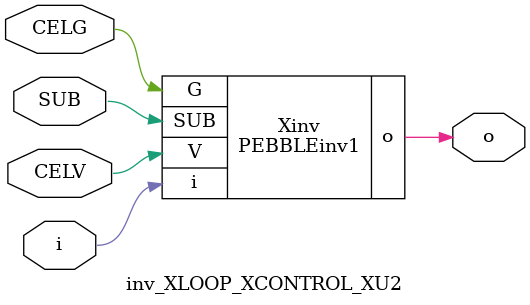
<source format=v>



module PEBBLEinv1 ( o, G, SUB, V, i );

  input V;
  input i;
  input G;
  output o;
  input SUB;
endmodule

//Celera Confidential Do Not Copy inv_XLOOP_XCONTROL_XU2
//Celera Confidential Symbol Generator
//5V Inverter
module inv_XLOOP_XCONTROL_XU2 (CELV,CELG,i,o,SUB);
input CELV;
input CELG;
input i;
input SUB;
output o;

//Celera Confidential Do Not Copy inv
PEBBLEinv1 Xinv(
.V (CELV),
.i (i),
.o (o),
.SUB (SUB),
.G (CELG)
);
//,diesize,PEBBLEinv1

//Celera Confidential Do Not Copy Module End
//Celera Schematic Generator
endmodule

</source>
